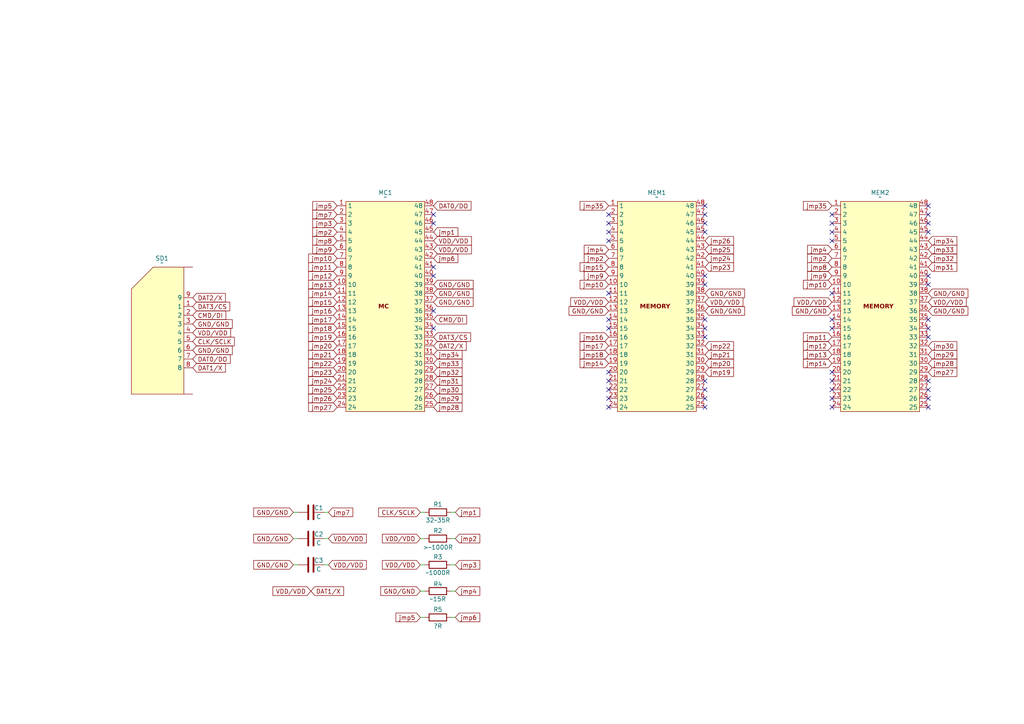
<source format=kicad_sch>
(kicad_sch (version 20250114) (generator "eeschema") (generator_version "9.0")
  (paper "A4")
  (lib_symbols
    (symbol "Device:C" (pin_numbers (hide yes)) (pin_names (offset 0.254))
      (property "Reference" "C" (at 0.635 2.54 0))
      (property "Value" "C" (at 0.635 -2.54 0))
      (symbol "C_0_1"
        (polyline (pts (xy -2.032 0.762) (xy 2.032 0.762)) (stroke (width 0.508)))
        (polyline (pts (xy -2.032 -0.762) (xy 2.032 -0.762)) (stroke (width 0.508)))
      )
      (symbol "C_1_1"
        (pin passive line (at 0 3.81 270) (length 2.794) (name "~") (number "1"))
        (pin passive line (at 0 -3.81 90) (length 2.794) (name "~") (number "2"))
      )
    )
    (symbol "Device:R" (pin_numbers (hide yes)) (pin_names (offset 0))
      (property "Reference" "R" (at 2.032 0 90))
      (property "Value" "R" (at 0 0 90))
      (symbol "R_0_1"
        (rectangle (start -1.016 -2.54) (end 1.016 2.54) (stroke (width 0.254)))
      )
      (symbol "R_1_1"
        (pin passive line (at 0 3.81 270) (length 1.27) (name "~") (number "1"))
        (pin passive line (at 0 -3.81 90) (length 1.27) (name "~") (number "2"))
      )
    )
    (symbol "mc1_1"
      (property "Reference" "MEM" (at 13.462 -2.286 0))
      (symbol "mc1_1_1_1"
        (rectangle (start 2.54 1.27) (end 25.4 -59.69) (fill (type background)))
        (text "MC\n" (at 13.462 -29.21 0) (effects (font (size 1.27 1.27) (bold yes))))
        (pin input line (at 0 0 0) (length 2.54) (name "1") (number "1"))
        (pin input line (at 0 -2.54 0) (length 2.54) (name "2") (number "2"))
        (pin input line (at 0 -5.08 0) (length 2.54) (name "3") (number "3"))
        (pin input line (at 0 -7.62 0) (length 2.54) (name "4") (number "4"))
        (pin input line (at 0 -10.16 0) (length 2.54) (name "5") (number "5"))
        (pin input line (at 0 -12.7 0) (length 2.54) (name "6") (number "6"))
        (pin input line (at 0 -15.24 0) (length 2.54) (name "7") (number "7"))
        (pin input line (at 0 -17.78 0) (length 2.54) (name "8") (number "8"))
        (pin input line (at 0 -20.32 0) (length 2.54) (name "9") (number "9"))
        (pin input line (at 0 -22.86 0) (length 2.54) (name "10") (number "10"))
        (pin input line (at 0 -25.4 0) (length 2.54) (name "11") (number "11"))
        (pin input line (at 0 -27.94 0) (length 2.54) (name "12") (number "12"))
        (pin input line (at 0 -30.48 0) (length 2.54) (name "13") (number "13"))
        (pin input line (at 0 -33.02 0) (length 2.54) (name "14") (number "14"))
        (pin input line (at 0 -35.56 0) (length 2.54) (name "15") (number "15"))
        (pin input line (at 0 -38.1 0) (length 2.54) (name "16") (number "16"))
        (pin input line (at 0 -40.64 0) (length 2.54) (name "17") (number "17"))
        (pin input line (at 0 -43.18 0) (length 2.54) (name "18") (number "18"))
        (pin input line (at 0 -45.72 0) (length 2.54) (name "19") (number "19"))
        (pin input line (at 0 -48.26 0) (length 2.54) (name "20") (number "20"))
        (pin input line (at 0 -50.8 0) (length 2.54) (name "21") (number "21"))
        (pin input line (at 0 -53.34 0) (length 2.54) (name "22") (number "22"))
        (pin input line (at 0 -55.88 0) (length 2.54) (name "23") (number "23"))
        (pin input line (at 0 -58.42 0) (length 2.54) (name "24") (number "24"))
        (pin input line (at 27.94 0 180) (length 2.54) (name "48") (number "48"))
        (pin input line (at 27.94 -2.54 180) (length 2.54) (name "47") (number "47"))
        (pin input line (at 27.94 -5.08 180) (length 2.54) (name "46") (number "46"))
        (pin input line (at 27.94 -7.62 180) (length 2.54) (name "45") (number "45"))
        (pin input line (at 27.94 -10.16 180) (length 2.54) (name "44") (number "44"))
        (pin input line (at 27.94 -12.7 180) (length 2.54) (name "43") (number "43"))
        (pin input line (at 27.94 -15.24 180) (length 2.54) (name "42") (number "42"))
        (pin input line (at 27.94 -17.78 180) (length 2.54) (name "41") (number "41"))
        (pin input line (at 27.94 -20.32 180) (length 2.54) (name "40") (number "40"))
        (pin input line (at 27.94 -22.86 180) (length 2.54) (name "39") (number "39"))
        (pin input line (at 27.94 -25.4 180) (length 2.54) (name "38") (number "38"))
        (pin input line (at 27.94 -27.94 180) (length 2.54) (name "37") (number "37"))
        (pin input line (at 27.94 -30.48 180) (length 2.54) (name "36") (number "36"))
        (pin input line (at 27.94 -33.02 180) (length 2.54) (name "35") (number "35"))
        (pin input line (at 27.94 -35.56 180) (length 2.54) (name "34") (number "34"))
        (pin input line (at 27.94 -38.1 180) (length 2.54) (name "33") (number "33"))
        (pin input line (at 27.94 -40.64 180) (length 2.54) (name "32") (number "32"))
        (pin input line (at 27.94 -43.18 180) (length 2.54) (name "31") (number "31"))
        (pin input line (at 27.94 -45.72 180) (length 2.54) (name "30") (number "30"))
        (pin input line (at 27.94 -48.26 180) (length 2.54) (name "29") (number "29"))
        (pin input line (at 27.94 -50.8 180) (length 2.54) (name "28") (number "28"))
        (pin input line (at 27.94 -53.34 180) (length 2.54) (name "27") (number "27"))
        (pin input line (at 27.94 -55.88 180) (length 2.54) (name "26") (number "26"))
        (pin input line (at 27.94 -58.42 180) (length 2.54) (name "25") (number "25"))
      )
    )
    (symbol "symbols:memory1"
      (property "Reference" "MEM" (at 13.462 -2.286 0))
      (symbol "memory1_1_1"
        (rectangle (start 2.54 1.27) (end 25.4 -59.69) (fill (type background)))
        (text "MEMORY" (at 13.462 -29.21 0) (effects (font (size 1.27 1.27) (bold yes))))
        (pin input line (at 0 0 0) (length 2.54) (name "1") (number "1"))
        (pin input line (at 0 -2.54 0) (length 2.54) (name "2") (number "2"))
        (pin input line (at 0 -5.08 0) (length 2.54) (name "3") (number "3"))
        (pin input line (at 0 -7.62 0) (length 2.54) (name "4") (number "4"))
        (pin input line (at 0 -10.16 0) (length 2.54) (name "5") (number "5"))
        (pin input line (at 0 -12.7 0) (length 2.54) (name "6") (number "6"))
        (pin input line (at 0 -15.24 0) (length 2.54) (name "7") (number "7"))
        (pin input line (at 0 -17.78 0) (length 2.54) (name "8") (number "8"))
        (pin input line (at 0 -20.32 0) (length 2.54) (name "9") (number "9"))
        (pin input line (at 0 -22.86 0) (length 2.54) (name "10") (number "10"))
        (pin input line (at 0 -25.4 0) (length 2.54) (name "11") (number "11"))
        (pin input line (at 0 -27.94 0) (length 2.54) (name "12") (number "12"))
        (pin input line (at 0 -30.48 0) (length 2.54) (name "13") (number "13"))
        (pin input line (at 0 -33.02 0) (length 2.54) (name "14") (number "14"))
        (pin input line (at 0 -35.56 0) (length 2.54) (name "15") (number "15"))
        (pin input line (at 0 -38.1 0) (length 2.54) (name "16") (number "16"))
        (pin input line (at 0 -40.64 0) (length 2.54) (name "17") (number "17"))
        (pin input line (at 0 -43.18 0) (length 2.54) (name "18") (number "18"))
        (pin input line (at 0 -45.72 0) (length 2.54) (name "19") (number "19"))
        (pin input line (at 0 -48.26 0) (length 2.54) (name "20") (number "20"))
        (pin input line (at 0 -50.8 0) (length 2.54) (name "21") (number "21"))
        (pin input line (at 0 -53.34 0) (length 2.54) (name "22") (number "22"))
        (pin input line (at 0 -55.88 0) (length 2.54) (name "23") (number "23"))
        (pin input line (at 0 -58.42 0) (length 2.54) (name "24") (number "24"))
        (pin input line (at 27.94 0 180) (length 2.54) (name "48") (number "48"))
        (pin input line (at 27.94 -2.54 180) (length 2.54) (name "47") (number "47"))
        (pin input line (at 27.94 -5.08 180) (length 2.54) (name "46") (number "46"))
        (pin input line (at 27.94 -7.62 180) (length 2.54) (name "45") (number "45"))
        (pin input line (at 27.94 -10.16 180) (length 2.54) (name "44") (number "44"))
        (pin input line (at 27.94 -12.7 180) (length 2.54) (name "43") (number "43"))
        (pin input line (at 27.94 -15.24 180) (length 2.54) (name "42") (number "42"))
        (pin input line (at 27.94 -17.78 180) (length 2.54) (name "41") (number "41"))
        (pin input line (at 27.94 -20.32 180) (length 2.54) (name "40") (number "40"))
        (pin input line (at 27.94 -22.86 180) (length 2.54) (name "39") (number "39"))
        (pin input line (at 27.94 -25.4 180) (length 2.54) (name "38") (number "38"))
        (pin input line (at 27.94 -27.94 180) (length 2.54) (name "37") (number "37"))
        (pin input line (at 27.94 -30.48 180) (length 2.54) (name "36") (number "36"))
        (pin input line (at 27.94 -33.02 180) (length 2.54) (name "35") (number "35"))
        (pin input line (at 27.94 -35.56 180) (length 2.54) (name "34") (number "34"))
        (pin input line (at 27.94 -38.1 180) (length 2.54) (name "33") (number "33"))
        (pin input line (at 27.94 -40.64 180) (length 2.54) (name "32") (number "32"))
        (pin input line (at 27.94 -43.18 180) (length 2.54) (name "31") (number "31"))
        (pin input line (at 27.94 -45.72 180) (length 2.54) (name "30") (number "30"))
        (pin input line (at 27.94 -48.26 180) (length 2.54) (name "29") (number "29"))
        (pin input line (at 27.94 -50.8 180) (length 2.54) (name "28") (number "28"))
        (pin input line (at 27.94 -53.34 180) (length 2.54) (name "27") (number "27"))
        (pin input line (at 27.94 -55.88 180) (length 2.54) (name "26") (number "26"))
        (pin input line (at 27.94 -58.42 180) (length 2.54) (name "25") (number "25"))
      )
    )
    (symbol "symbols:sd"
      (property "Reference" "SD1" (at 2.54 21.59 0))
      (property "Value" "~" (at 2.54 20.32 0))
      (symbol "sd_1_1"
        (polyline (pts (xy 8.89 11.43) (xy 8.89 19.05) (xy 11.43 19.05) (xy 0 19.05) (xy -6.35 12.7) (xy -6.35 -17.78) (xy 11.43 -17.78) (xy 8.89 -17.78) (xy 8.89 11.43)) (fill (type background)))
        (pin input line (at 11.43 10.16 180) (length 2.54) (name "9") (number "9"))
        (pin input line (at 11.43 7.62 180) (length 2.54) (name "1") (number "1"))
        (pin input line (at 11.43 5.08 180) (length 2.54) (name "2") (number "2"))
        (pin input line (at 11.43 2.54 180) (length 2.54) (name "3") (number "3"))
        (pin input line (at 11.43 0 180) (length 2.54) (name "4") (number "4"))
        (pin input line (at 11.43 -2.54 180) (length 2.54) (name "5") (number "5"))
        (pin input line (at 11.43 -5.08 180) (length 2.54) (name "6") (number "6"))
        (pin input line (at 11.43 -7.62 180) (length 2.54) (name "7") (number "7"))
        (pin input line (at 11.43 -10.16 180) (length 2.54) (name "8") (number "8"))
      )
    )
  )
  (no_connect (at 241.3 95.25))
  (no_connect (at 176.53 110.49))
  (no_connect (at 176.53 115.57))
  (no_connect (at 269.24 64.77))
  (no_connect (at 269.24 80.01))
  (no_connect (at 269.24 110.49))
  (no_connect (at 269.24 62.23))
  (no_connect (at 176.53 67.31))
  (no_connect (at 204.47 115.57))
  (no_connect (at 204.47 82.55))
  (no_connect (at 241.3 85.09))
  (no_connect (at 204.47 113.03))
  (no_connect (at 241.3 62.23))
  (no_connect (at 125.73 95.25))
  (no_connect (at 269.24 97.79))
  (no_connect (at 269.24 115.57))
  (no_connect (at 176.53 92.71))
  (no_connect (at 125.73 77.47))
  (no_connect (at 241.3 115.57))
  (no_connect (at 176.53 107.95))
  (no_connect (at 241.3 118.11))
  (no_connect (at 204.47 59.69))
  (no_connect (at 204.47 67.31))
  (no_connect (at 241.3 64.77))
  (no_connect (at 176.53 95.25))
  (no_connect (at 204.47 80.01))
  (no_connect (at 241.3 67.31))
  (no_connect (at 269.24 95.25))
  (no_connect (at 204.47 95.25))
  (no_connect (at 269.24 67.31))
  (no_connect (at 241.3 69.85))
  (no_connect (at 241.3 113.03))
  (no_connect (at 269.24 92.71))
  (no_connect (at 204.47 92.71))
  (no_connect (at 269.24 118.11))
  (no_connect (at 204.47 110.49))
  (no_connect (at 125.73 90.17))
  (no_connect (at 125.73 64.77))
  (no_connect (at 176.53 69.85))
  (no_connect (at 269.24 59.69))
  (no_connect (at 125.73 62.23))
  (no_connect (at 269.24 82.55))
  (no_connect (at 204.47 62.23))
  (no_connect (at 241.3 110.49))
  (no_connect (at 176.53 85.09))
  (no_connect (at 241.3 92.71))
  (no_connect (at 176.53 62.23))
  (no_connect (at 176.53 113.03))
  (no_connect (at 241.3 107.95))
  (no_connect (at 269.24 113.03))
  (no_connect (at 204.47 97.79))
  (no_connect (at 125.73 80.01))
  (no_connect (at 176.53 118.11))
  (no_connect (at 176.53 64.77))
  (no_connect (at 204.47 64.77))
  (no_connect (at 204.47 118.11))
  (wire (pts (xy 95.25 148.59) (xy 93.98 148.59)))
  (wire (pts (xy 85.09 163.83) (xy 86.36 163.83)))
  (wire (pts (xy 85.09 148.59) (xy 86.36 148.59)))
  (wire (pts (xy 121.92 148.59) (xy 123.19 148.59)))
  (wire (pts (xy 132.08 171.45) (xy 130.81 171.45)))
  (wire (pts (xy 121.92 171.45) (xy 123.19 171.45)))
  (wire (pts (xy 132.08 163.83) (xy 130.81 163.83)))
  (wire (pts (xy 121.92 156.21) (xy 123.19 156.21)))
  (wire (pts (xy 121.92 179.07) (xy 123.19 179.07)))
  (wire (pts (xy 85.09 156.21) (xy 86.36 156.21)))
  (wire (pts (xy 132.08 148.59) (xy 130.81 148.59)))
  (wire (pts (xy 132.08 179.07) (xy 130.81 179.07)))
  (wire (pts (xy 95.25 156.21) (xy 93.98 156.21)))
  (wire (pts (xy 121.92 163.83) (xy 123.19 163.83)))
  (wire (pts (xy 95.25 163.83) (xy 93.98 163.83)))
  (wire (pts (xy 132.08 156.21) (xy 130.81 156.21)))
  (global_label "jmp4" (shape input) (at 132.08 171.45 0) (property "Intersheetrefs" "${INTERSHEET_REFS}" (effects (hide yes))))
  (global_label "jmp19" (shape input) (at 204.47 107.95 0) (property "Intersheetrefs" "${INTERSHEET_REFS}" (effects (hide yes))))
  (global_label "jmp29" (shape input) (at 269.24 102.87 0) (property "Intersheetrefs" "${INTERSHEET_REFS}" (effects (hide yes))))
  (global_label "jmp21" (shape input) (at 204.47 102.87 0) (property "Intersheetrefs" "${INTERSHEET_REFS}" (effects (hide yes))))
  (global_label "jmp7" (shape input) (at 95.25 148.59 0) (property "Intersheetrefs" "${INTERSHEET_REFS}" (effects (hide yes))))
  (global_label "jmp23" (shape input) (at 204.47 77.47 0) (property "Intersheetrefs" "${INTERSHEET_REFS}" (effects (hide yes))))
  (global_label "jmp15" (shape input) (at 97.79 87.63 180) (property "Intersheetrefs" "${INTERSHEET_REFS}" (effects (hide yes))))
  (global_label "jmp35" (shape input) (at 176.53 59.69 180) (property "Intersheetrefs" "${INTERSHEET_REFS}" (effects (hide yes))))
  (global_label "jmp8" (shape input) (at 241.3 77.47 180) (property "Intersheetrefs" "${INTERSHEET_REFS}" (effects (hide yes))))
  (global_label "jmp15" (shape input) (at 176.53 77.47 180) (property "Intersheetrefs" "${INTERSHEET_REFS}" (effects (hide yes))))
  (global_label "jmp18" (shape input) (at 97.79 95.25 180) (property "Intersheetrefs" "${INTERSHEET_REFS}" (effects (hide yes))))
  (global_label "jmp13" (shape input) (at 241.3 102.87 180) (property "Intersheetrefs" "${INTERSHEET_REFS}" (effects (hide yes))))
  (global_label "VDD{slash}VDD" (shape input) (at 55.88 96.52 0) (property "Intersheetrefs" "${INTERSHEET_REFS}" (effects (hide yes))))
  (global_label "jmp4" (shape input) (at 241.3 72.39 180) (property "Intersheetrefs" "${INTERSHEET_REFS}" (effects (hide yes))))
  (global_label "CMD{slash}DI" (shape input) (at 55.88 91.44 0) (property "Intersheetrefs" "${INTERSHEET_REFS}" (effects (hide yes))))
  (global_label "jmp11" (shape input) (at 241.3 97.79 180) (property "Intersheetrefs" "${INTERSHEET_REFS}" (effects (hide yes))))
  (global_label "CLK{slash}SCLK" (shape input) (at 121.92 148.59 180) (property "Intersheetrefs" "${INTERSHEET_REFS}" (effects (hide yes))))
  (global_label "GND{slash}GND" (shape input) (at 125.73 87.63 0) (property "Intersheetrefs" "${INTERSHEET_REFS}" (effects (hide yes))))
  (global_label "jmp25" (shape input) (at 204.47 72.39 0) (property "Intersheetrefs" "${INTERSHEET_REFS}" (effects (hide yes))))
  (global_label "jmp26" (shape input) (at 204.47 69.85 0) (property "Intersheetrefs" "${INTERSHEET_REFS}" (effects (hide yes))))
  (global_label "jmp20" (shape input) (at 204.47 105.41 0) (property "Intersheetrefs" "${INTERSHEET_REFS}" (effects (hide yes))))
  (global_label "jmp6" (shape input) (at 125.73 74.93 0) (property "Intersheetrefs" "${INTERSHEET_REFS}" (effects (hide yes))))
  (global_label "jmp33" (shape input) (at 125.73 105.41 0) (property "Intersheetrefs" "${INTERSHEET_REFS}" (effects (hide yes))))
  (global_label "jmp2" (shape input) (at 176.53 74.93 180) (property "Intersheetrefs" "${INTERSHEET_REFS}" (effects (hide yes))))
  (global_label "jmp25" (shape input) (at 97.79 113.03 180) (property "Intersheetrefs" "${INTERSHEET_REFS}" (effects (hide yes))))
  (global_label "jmp24" (shape input) (at 97.79 110.49 180) (property "Intersheetrefs" "${INTERSHEET_REFS}" (effects (hide yes))))
  (global_label "jmp23" (shape input) (at 97.79 107.95 180) (property "Intersheetrefs" "${INTERSHEET_REFS}" (effects (hide yes))))
  (global_label "jmp2" (shape input) (at 241.3 74.93 180) (property "Intersheetrefs" "${INTERSHEET_REFS}" (effects (hide yes))))
  (global_label "jmp13" (shape input) (at 97.79 82.55 180) (property "Intersheetrefs" "${INTERSHEET_REFS}" (effects (hide yes))))
  (global_label "DAT3{slash}CS" (shape input) (at 55.88 88.9 0) (property "Intersheetrefs" "${INTERSHEET_REFS}" (effects (hide yes))))
  (global_label "VDD{slash}VDD" (shape input) (at 121.92 156.21 180) (property "Intersheetrefs" "${INTERSHEET_REFS}" (effects (hide yes))))
  (global_label "DAT1{slash}X" (shape input) (at 90.17 171.45 0) (property "Intersheetrefs" "${INTERSHEET_REFS}" (effects (hide yes))))
  (global_label "DAT0{slash}DO" (shape input) (at 55.88 104.14 0) (property "Intersheetrefs" "${INTERSHEET_REFS}" (effects (hide yes))))
  (global_label "GND{slash}GND" (shape input) (at 85.09 148.59 180) (property "Intersheetrefs" "${INTERSHEET_REFS}" (effects (hide yes))))
  (global_label "jmp9" (shape input) (at 241.3 80.01 180) (property "Intersheetrefs" "${INTERSHEET_REFS}" (effects (hide yes))))
  (global_label "DAT2{slash}X" (shape input) (at 55.88 86.36 0) (property "Intersheetrefs" "${INTERSHEET_REFS}" (effects (hide yes))))
  (global_label "jmp9" (shape input) (at 176.53 80.01 180) (property "Intersheetrefs" "${INTERSHEET_REFS}" (effects (hide yes))))
  (global_label "jmp12" (shape input) (at 241.3 100.33 180) (property "Intersheetrefs" "${INTERSHEET_REFS}" (effects (hide yes))))
  (global_label "VDD{slash}VDD" (shape input) (at 90.17 171.45 180) (property "Intersheetrefs" "${INTERSHEET_REFS}" (effects (hide yes))))
  (global_label "jmp10" (shape input) (at 241.3 82.55 180) (property "Intersheetrefs" "${INTERSHEET_REFS}" (effects (hide yes))))
  (global_label "CMD{slash}DI" (shape input) (at 125.73 92.71 0) (property "Intersheetrefs" "${INTERSHEET_REFS}" (effects (hide yes))))
  (global_label "jmp31" (shape input) (at 125.73 110.49 0) (property "Intersheetrefs" "${INTERSHEET_REFS}" (effects (hide yes))))
  (global_label "GND{slash}GND" (shape input) (at 55.88 93.98 0) (property "Intersheetrefs" "${INTERSHEET_REFS}" (effects (hide yes))))
  (global_label "jmp3" (shape input) (at 132.08 163.83 0) (property "Intersheetrefs" "${INTERSHEET_REFS}" (effects (hide yes))))
  (global_label "GND{slash}GND" (shape input) (at 85.09 163.83 180) (property "Intersheetrefs" "${INTERSHEET_REFS}" (effects (hide yes))))
  (global_label "DAT2{slash}X" (shape input) (at 125.73 100.33 0) (property "Intersheetrefs" "${INTERSHEET_REFS}" (effects (hide yes))))
  (global_label "jmp1" (shape input) (at 125.73 67.31 0) (property "Intersheetrefs" "${INTERSHEET_REFS}" (effects (hide yes))))
  (global_label "jmp14" (shape input) (at 241.3 105.41 180) (property "Intersheetrefs" "${INTERSHEET_REFS}" (effects (hide yes))))
  (global_label "jmp22" (shape input) (at 204.47 100.33 0) (property "Intersheetrefs" "${INTERSHEET_REFS}" (effects (hide yes))))
  (global_label "jmp31" (shape input) (at 269.24 77.47 0) (property "Intersheetrefs" "${INTERSHEET_REFS}" (effects (hide yes))))
  (global_label "GND{slash}GND" (shape input) (at 176.53 90.17 180) (property "Intersheetrefs" "${INTERSHEET_REFS}" (effects (hide yes))))
  (global_label "jmp21" (shape input) (at 97.79 102.87 180) (property "Intersheetrefs" "${INTERSHEET_REFS}" (effects (hide yes))))
  (global_label "GND{slash}GND" (shape input) (at 269.24 90.17 0) (property "Intersheetrefs" "${INTERSHEET_REFS}" (effects (hide yes))))
  (global_label "jmp32" (shape input) (at 125.73 107.95 0) (property "Intersheetrefs" "${INTERSHEET_REFS}" (effects (hide yes))))
  (global_label "jmp27" (shape input) (at 269.24 107.95 0) (property "Intersheetrefs" "${INTERSHEET_REFS}" (effects (hide yes))))
  (global_label "jmp28" (shape input) (at 269.24 105.41 0) (property "Intersheetrefs" "${INTERSHEET_REFS}" (effects (hide yes))))
  (global_label "jmp27" (shape input) (at 97.79 118.11 180) (property "Intersheetrefs" "${INTERSHEET_REFS}" (effects (hide yes))))
  (global_label "VDD{slash}VDD" (shape input) (at 95.25 163.83 0) (property "Intersheetrefs" "${INTERSHEET_REFS}" (effects (hide yes))))
  (global_label "jmp5" (shape input) (at 97.79 59.69 180) (property "Intersheetrefs" "${INTERSHEET_REFS}" (effects (hide yes))))
  (global_label "jmp10" (shape input) (at 176.53 82.55 180) (property "Intersheetrefs" "${INTERSHEET_REFS}" (effects (hide yes))))
  (global_label "GND{slash}GND" (shape input) (at 55.88 101.6 0) (property "Intersheetrefs" "${INTERSHEET_REFS}" (effects (hide yes))))
  (global_label "jmp14" (shape input) (at 97.79 85.09 180) (property "Intersheetrefs" "${INTERSHEET_REFS}" (effects (hide yes))))
  (global_label "jmp34" (shape input) (at 269.24 69.85 0) (property "Intersheetrefs" "${INTERSHEET_REFS}" (effects (hide yes))))
  (global_label "jmp16" (shape input) (at 97.79 90.17 180) (property "Intersheetrefs" "${INTERSHEET_REFS}" (effects (hide yes))))
  (global_label "GND{slash}GND" (shape input) (at 85.09 156.21 180) (property "Intersheetrefs" "${INTERSHEET_REFS}" (effects (hide yes))))
  (global_label "jmp1" (shape input) (at 132.08 148.59 0) (property "Intersheetrefs" "${INTERSHEET_REFS}" (effects (hide yes))))
  (global_label "VDD{slash}VDD" (shape input) (at 125.73 69.85 0) (property "Intersheetrefs" "${INTERSHEET_REFS}" (effects (hide yes))))
  (global_label "GND{slash}GND" (shape input) (at 204.47 90.17 0) (property "Intersheetrefs" "${INTERSHEET_REFS}" (effects (hide yes))))
  (global_label "VDD{slash}VDD" (shape input) (at 269.24 87.63 0) (property "Intersheetrefs" "${INTERSHEET_REFS}" (effects (hide yes))))
  (global_label "GND{slash}GND" (shape input) (at 204.47 85.09 0) (property "Intersheetrefs" "${INTERSHEET_REFS}" (effects (hide yes))))
  (global_label "jmp6" (shape input) (at 132.08 179.07 0) (property "Intersheetrefs" "${INTERSHEET_REFS}" (effects (hide yes))))
  (global_label "jmp34" (shape input) (at 125.73 102.87 0) (property "Intersheetrefs" "${INTERSHEET_REFS}" (effects (hide yes))))
  (global_label "jmp2" (shape input) (at 132.08 156.21 0) (property "Intersheetrefs" "${INTERSHEET_REFS}" (effects (hide yes))))
  (global_label "jmp16" (shape input) (at 176.53 97.79 180) (property "Intersheetrefs" "${INTERSHEET_REFS}" (effects (hide yes))))
  (global_label "jmp29" (shape input) (at 125.73 115.57 0) (property "Intersheetrefs" "${INTERSHEET_REFS}" (effects (hide yes))))
  (global_label "jmp7" (shape input) (at 97.79 62.23 180) (property "Intersheetrefs" "${INTERSHEET_REFS}" (effects (hide yes))))
  (global_label "jmp28" (shape input) (at 125.73 118.11 0) (property "Intersheetrefs" "${INTERSHEET_REFS}" (effects (hide yes))))
  (global_label "VDD{slash}VDD" (shape input) (at 204.47 87.63 0) (property "Intersheetrefs" "${INTERSHEET_REFS}" (effects (hide yes))))
  (global_label "jmp17" (shape input) (at 176.53 100.33 180) (property "Intersheetrefs" "${INTERSHEET_REFS}" (effects (hide yes))))
  (global_label "VDD{slash}VDD" (shape input) (at 241.3 87.63 180) (property "Intersheetrefs" "${INTERSHEET_REFS}" (effects (hide yes))))
  (global_label "DAT1{slash}X" (shape input) (at 55.88 106.68 0) (property "Intersheetrefs" "${INTERSHEET_REFS}" (effects (hide yes))))
  (global_label "GND{slash}GND" (shape input) (at 125.73 82.55 0) (property "Intersheetrefs" "${INTERSHEET_REFS}" (effects (hide yes))))
  (global_label "VDD{slash}VDD" (shape input) (at 95.25 156.21 0) (property "Intersheetrefs" "${INTERSHEET_REFS}" (effects (hide yes))))
  (global_label "jmp20" (shape input) (at 97.79 100.33 180) (property "Intersheetrefs" "${INTERSHEET_REFS}" (effects (hide yes))))
  (global_label "jmp32" (shape input) (at 269.24 74.93 0) (property "Intersheetrefs" "${INTERSHEET_REFS}" (effects (hide yes))))
  (global_label "GND{slash}GND" (shape input) (at 241.3 90.17 180) (property "Intersheetrefs" "${INTERSHEET_REFS}" (effects (hide yes))))
  (global_label "jmp33" (shape input) (at 269.24 72.39 0) (property "Intersheetrefs" "${INTERSHEET_REFS}" (effects (hide yes))))
  (global_label "VDD{slash}VDD" (shape input) (at 176.53 87.63 180) (property "Intersheetrefs" "${INTERSHEET_REFS}" (effects (hide yes))))
  (global_label "jmp30" (shape input) (at 125.73 113.03 0) (property "Intersheetrefs" "${INTERSHEET_REFS}" (effects (hide yes))))
  (global_label "GND{slash}GND" (shape input) (at 125.73 85.09 0) (property "Intersheetrefs" "${INTERSHEET_REFS}" (effects (hide yes))))
  (global_label "GND{slash}GND" (shape input) (at 269.24 85.09 0) (property "Intersheetrefs" "${INTERSHEET_REFS}" (effects (hide yes))))
  (global_label "jmp22" (shape input) (at 97.79 105.41 180) (property "Intersheetrefs" "${INTERSHEET_REFS}" (effects (hide yes))))
  (global_label "jmp14" (shape input) (at 176.53 105.41 180) (property "Intersheetrefs" "${INTERSHEET_REFS}" (effects (hide yes))))
  (global_label "jmp24" (shape input) (at 204.47 74.93 0) (property "Intersheetrefs" "${INTERSHEET_REFS}" (effects (hide yes))))
  (global_label "jmp8" (shape input) (at 97.79 69.85 180) (property "Intersheetrefs" "${INTERSHEET_REFS}" (effects (hide yes))))
  (global_label "jmp30" (shape input) (at 269.24 100.33 0) (property "Intersheetrefs" "${INTERSHEET_REFS}" (effects (hide yes))))
  (global_label "jmp3" (shape input) (at 97.79 64.77 180) (property "Intersheetrefs" "${INTERSHEET_REFS}" (effects (hide yes))))
  (global_label "jmp17" (shape input) (at 97.79 92.71 180) (property "Intersheetrefs" "${INTERSHEET_REFS}" (effects (hide yes))))
  (global_label "VDD{slash}VDD" (shape input) (at 121.92 163.83 180) (property "Intersheetrefs" "${INTERSHEET_REFS}" (effects (hide yes))))
  (global_label "DAT3{slash}CS" (shape input) (at 125.73 97.79 0) (property "Intersheetrefs" "${INTERSHEET_REFS}" (effects (hide yes))))
  (global_label "jmp18" (shape input) (at 176.53 102.87 180) (property "Intersheetrefs" "${INTERSHEET_REFS}" (effects (hide yes))))
  (global_label "jmp9" (shape input) (at 97.79 72.39 180) (property "Intersheetrefs" "${INTERSHEET_REFS}" (effects (hide yes))))
  (global_label "jmp11" (shape input) (at 97.79 77.47 180) (property "Intersheetrefs" "${INTERSHEET_REFS}" (effects (hide yes))))
  (global_label "CLK{slash}SCLK" (shape input) (at 55.88 99.06 0) (property "Intersheetrefs" "${INTERSHEET_REFS}" (effects (hide yes))))
  (global_label "VDD{slash}VDD" (shape input) (at 125.73 72.39 0) (property "Intersheetrefs" "${INTERSHEET_REFS}" (effects (hide yes))))
  (global_label "jmp35" (shape input) (at 241.3 59.69 180) (property "Intersheetrefs" "${INTERSHEET_REFS}" (effects (hide yes))))
  (global_label "DAT0{slash}DO" (shape input) (at 125.73 59.69 0) (property "Intersheetrefs" "${INTERSHEET_REFS}" (effects (hide yes))))
  (global_label "jmp5" (shape input) (at 121.92 179.07 180) (property "Intersheetrefs" "${INTERSHEET_REFS}" (effects (hide yes))))
  (global_label "jmp4" (shape input) (at 176.53 72.39 180) (property "Intersheetrefs" "${INTERSHEET_REFS}" (effects (hide yes))))
  (global_label "jmp19" (shape input) (at 97.79 97.79 180) (property "Intersheetrefs" "${INTERSHEET_REFS}" (effects (hide yes))))
  (global_label "jmp12" (shape input) (at 97.79 80.01 180) (property "Intersheetrefs" "${INTERSHEET_REFS}" (effects (hide yes))))
  (global_label "jmp26" (shape input) (at 97.79 115.57 180) (property "Intersheetrefs" "${INTERSHEET_REFS}" (effects (hide yes))))
  (global_label "GND{slash}GND" (shape input) (at 121.92 171.45 180) (property "Intersheetrefs" "${INTERSHEET_REFS}" (effects (hide yes))))
  (global_label "jmp10" (shape input) (at 97.79 74.93 180) (property "Intersheetrefs" "${INTERSHEET_REFS}" (effects (hide yes))))
  (global_label "jmp2" (shape input) (at 97.79 67.31 180) (property "Intersheetrefs" "${INTERSHEET_REFS}" (effects (hide yes))))
  (symbol (lib_id "Device:R") (at 127 179.07 270) (mirror x) (unit 1)
    (property "Reference" "R5" (at 127 176.784 90))
    (property "Value" "?R" (at 127 181.61 90))
    (property "Footprint" "Resistor_SMD:R_0402_1005Metric_Pad0.72x0.64mm_HandSolder" (effects (hide yes)))
    (property "Description" "Resistor" (effects (hide yes)))
  )
  (symbol (lib_id "Device:R") (at 127 163.83 270) (mirror x) (unit 1)
    (property "Reference" "R3" (at 127 161.544 90))
    (property "Value" "~1000R" (at 127 166.116 90))
    (property "Footprint" "Resistor_SMD:R_0402_1005Metric_Pad0.72x0.64mm_HandSolder" (effects (hide yes)))
    (property "Description" "Resistor" (effects (hide yes)))
  )
  (symbol (lib_id "Device:R") (at 127 156.21 270) (mirror x) (unit 1)
    (property "Reference" "R2" (at 127 153.924 90))
    (property "Value" ">~1000R" (at 127 158.75 90))
    (property "Footprint" "Resistor_SMD:R_0402_1005Metric_Pad0.72x0.64mm_HandSolder" (effects (hide yes)))
    (property "Description" "Resistor" (effects (hide yes)))
  )
  (symbol (lib_id "Device:C") (at 90.17 148.59 270) (unit 1)
    (property "Reference" "C1" (at 92.456 147.32 90))
    (property "Value" "C" (at 92.456 149.86 90))
    (property "Footprint" "Capacitor_SMD:C_0402_1005Metric_Pad0.74x0.62mm_HandSolder" (effects (hide yes)))
    (property "Description" "Unpolarized capacitor" (effects (hide yes)))
  )
  (symbol (lib_id "symbols:sd") (at 44.45 96.52 0) (unit 1)
    (property "Reference" "SD1" (at 46.99 74.93 0))
    (property "Value" "~" (at 46.99 76.2 0))
    (property "Footprint" "sumec_brd:sd_card_contacts" (effects (hide yes)))
  )
  (symbol (lib_id "Device:C") (at 90.17 163.83 270) (unit 1)
    (property "Reference" "C3" (at 92.456 162.56 90))
    (property "Value" "C" (at 92.456 165.1 90))
    (property "Footprint" "Capacitor_SMD:C_0402_1005Metric_Pad0.74x0.62mm_HandSolder" (effects (hide yes)))
    (property "Description" "Unpolarized capacitor" (effects (hide yes)))
  )
  (symbol (lib_id "Device:R") (at 127 148.59 90) (unit 1)
    (property "Reference" "R1" (at 127 146.304 90))
    (property "Value" "32~35R" (at 127 150.876 90))
    (property "Footprint" "Resistor_SMD:R_0402_1005Metric_Pad0.72x0.64mm_HandSolder" (effects (hide yes)))
    (property "Description" "Resistor" (effects (hide yes)))
  )
  (symbol (lib_name "mc1_1") (lib_id "symbols:mc1") (at 97.79 59.69 0) (unit 1)
    (property "Reference" "MC1" (at 111.76 55.88 0))
    (property "Value" "~" (at 111.76 57.15 0))
    (property "Footprint" "gps-compass_brd:Rosie_is_a_stupid_little_bitch_but_I_love_her" (effects (hide yes)))
  )
  (symbol (lib_id "Device:C") (at 90.17 156.21 270) (unit 1)
    (property "Reference" "C2" (at 92.456 154.94 90))
    (property "Value" "C" (at 92.456 157.48 90))
    (property "Footprint" "Capacitor_SMD:C_0402_1005Metric_Pad0.74x0.62mm_HandSolder" (effects (hide yes)))
    (property "Description" "Unpolarized capacitor" (effects (hide yes)))
  )
  (symbol (lib_id "symbols:memory1") (at 241.3 59.69 0) (unit 1)
    (property "Reference" "MEM2" (at 255.27 55.88 0))
    (property "Value" "~" (at 255.27 57.15 0))
    (property "Footprint" "Package_SO:TSOP-I-48_18.4x12mm_P0.5mm" (effects (hide yes)))
  )
  (symbol (lib_id "symbols:memory1") (at 176.53 59.69 0) (unit 1)
    (property "Reference" "MEM1" (at 190.5 55.88 0))
    (property "Value" "~" (at 190.5 57.15 0))
    (property "Footprint" "Package_SO:TSOP-I-48_18.4x12mm_P0.5mm" (effects (hide yes)))
  )
  (symbol (lib_id "Device:R") (at 127 171.45 270) (mirror x) (unit 1)
    (property "Reference" "R4" (at 127 169.418 90))
    (property "Value" "~15R" (at 127 173.736 90))
    (property "Footprint" "Resistor_SMD:R_0402_1005Metric_Pad0.72x0.64mm_HandSolder" (effects (hide yes)))
    (property "Description" "Resistor" (effects (hide yes)))
  )
)
</source>
